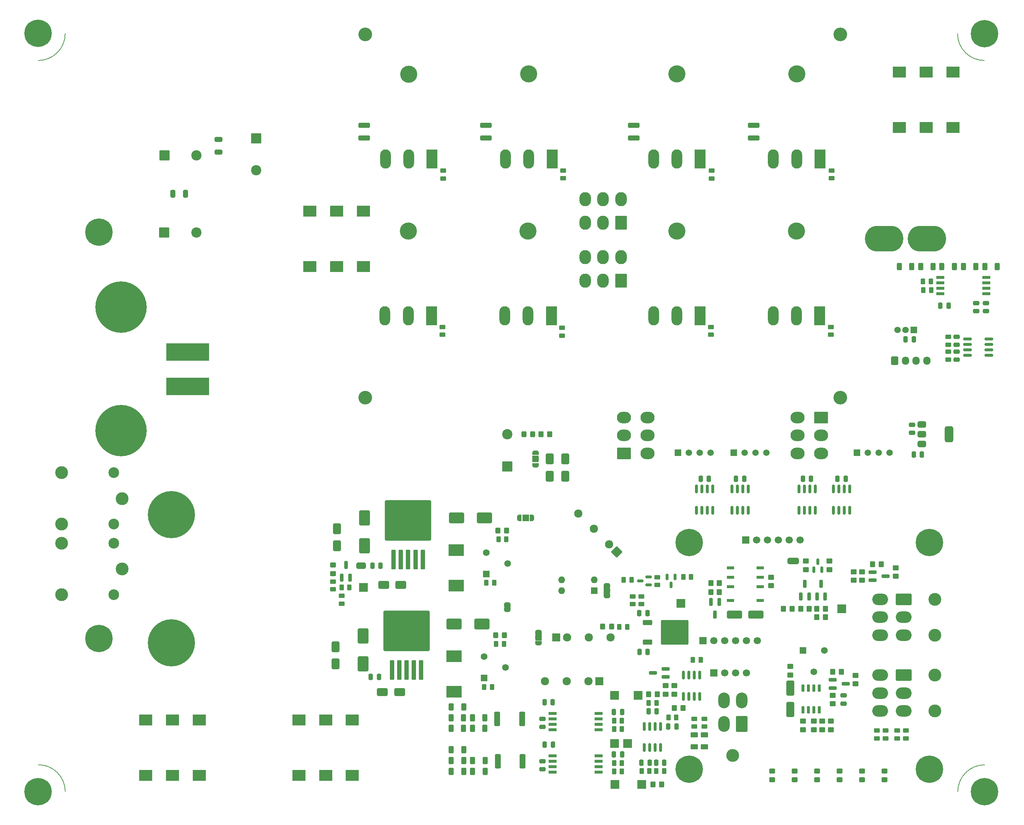
<source format=gts>
%TF.GenerationSoftware,KiCad,Pcbnew,9.0.2*%
%TF.CreationDate,2026-01-04T16:23:38+07:00*%
%TF.ProjectId,Controller48V,436f6e74-726f-46c6-9c65-723438562e6b,rev?*%
%TF.SameCoordinates,Original*%
%TF.FileFunction,Soldermask,Top*%
%TF.FilePolarity,Negative*%
%FSLAX46Y46*%
G04 Gerber Fmt 4.6, Leading zero omitted, Abs format (unit mm)*
G04 Created by KiCad (PCBNEW 9.0.2) date 2026-01-04 16:23:38*
%MOMM*%
%LPD*%
G01*
G04 APERTURE LIST*
G04 Aperture macros list*
%AMRoundRect*
0 Rectangle with rounded corners*
0 $1 Rounding radius*
0 $2 $3 $4 $5 $6 $7 $8 $9 X,Y pos of 4 corners*
0 Add a 4 corners polygon primitive as box body*
4,1,4,$2,$3,$4,$5,$6,$7,$8,$9,$2,$3,0*
0 Add four circle primitives for the rounded corners*
1,1,$1+$1,$2,$3*
1,1,$1+$1,$4,$5*
1,1,$1+$1,$6,$7*
1,1,$1+$1,$8,$9*
0 Add four rect primitives between the rounded corners*
20,1,$1+$1,$2,$3,$4,$5,0*
20,1,$1+$1,$4,$5,$6,$7,0*
20,1,$1+$1,$6,$7,$8,$9,0*
20,1,$1+$1,$8,$9,$2,$3,0*%
%AMHorizOval*
0 Thick line with rounded ends*
0 $1 width*
0 $2 $3 position (X,Y) of the first rounded end (center of the circle)*
0 $4 $5 position (X,Y) of the second rounded end (center of the circle)*
0 Add line between two ends*
20,1,$1,$2,$3,$4,$5,0*
0 Add two circle primitives to create the rounded ends*
1,1,$1,$2,$3*
1,1,$1,$4,$5*%
%AMFreePoly0*
4,1,5,1.500000,-1.250000,-1.500000,-1.250000,-1.500000,1.250000,1.500000,1.250000,1.500000,-1.250000,1.500000,-1.250000,$1*%
%AMFreePoly1*
4,1,23,0.500000,-0.750000,0.000000,-0.750000,0.000000,-0.745722,-0.065263,-0.745722,-0.191342,-0.711940,-0.304381,-0.646677,-0.396677,-0.554381,-0.461940,-0.441342,-0.495722,-0.315263,-0.495722,-0.250000,-0.500000,-0.250000,-0.500000,0.250000,-0.495722,0.250000,-0.495722,0.315263,-0.461940,0.441342,-0.396677,0.554381,-0.304381,0.646677,-0.191342,0.711940,-0.065263,0.745722,0.000000,0.745722,
0.000000,0.750000,0.500000,0.750000,0.500000,-0.750000,0.500000,-0.750000,$1*%
%AMFreePoly2*
4,1,23,0.000000,0.745722,0.065263,0.745722,0.191342,0.711940,0.304381,0.646677,0.396677,0.554381,0.461940,0.441342,0.495722,0.315263,0.495722,0.250000,0.500000,0.250000,0.500000,-0.250000,0.495722,-0.250000,0.495722,-0.315263,0.461940,-0.441342,0.396677,-0.554381,0.304381,-0.646677,0.191342,-0.711940,0.065263,-0.745722,0.000000,-0.745722,0.000000,-0.750000,-0.500000,-0.750000,
-0.500000,0.750000,0.000000,0.750000,0.000000,0.745722,0.000000,0.745722,$1*%
%AMFreePoly3*
4,1,23,0.550000,-0.750000,0.000000,-0.750000,0.000000,-0.745722,-0.065263,-0.745722,-0.191342,-0.711940,-0.304381,-0.646677,-0.396677,-0.554381,-0.461940,-0.441342,-0.495722,-0.315263,-0.495722,-0.250000,-0.500000,-0.250000,-0.500000,0.250000,-0.495722,0.250000,-0.495722,0.315263,-0.461940,0.441342,-0.396677,0.554381,-0.304381,0.646677,-0.191342,0.711940,-0.065263,0.745722,0.000000,0.745722,
0.000000,0.750000,0.550000,0.750000,0.550000,-0.750000,0.550000,-0.750000,$1*%
%AMFreePoly4*
4,1,23,0.000000,0.745722,0.065263,0.745722,0.191342,0.711940,0.304381,0.646677,0.396677,0.554381,0.461940,0.441342,0.495722,0.315263,0.495722,0.250000,0.500000,0.250000,0.500000,-0.250000,0.495722,-0.250000,0.495722,-0.315263,0.461940,-0.441342,0.396677,-0.554381,0.304381,-0.646677,0.191342,-0.711940,0.065263,-0.745722,0.000000,-0.745722,0.000000,-0.750000,-0.550000,-0.750000,
-0.550000,0.750000,0.000000,0.750000,0.000000,0.745722,0.000000,0.745722,$1*%
%AMFreePoly5*
4,1,5,5.000000,-2.000000,-5.000000,-2.000000,-5.000000,2.000000,5.000000,2.000000,5.000000,-2.000000,5.000000,-2.000000,$1*%
G04 Aperture macros list end*
%ADD10C,0.200000*%
%ADD11FreePoly0,0.000000*%
%ADD12FreePoly0,180.000000*%
%ADD13RoundRect,0.250000X0.350000X0.450000X-0.350000X0.450000X-0.350000X-0.450000X0.350000X-0.450000X0*%
%ADD14RoundRect,0.250000X-0.450000X0.350000X-0.450000X-0.350000X0.450000X-0.350000X0.450000X0.350000X0*%
%ADD15R,1.498600X1.498600*%
%ADD16C,1.498600*%
%ADD17RoundRect,0.250000X-0.312500X-0.625000X0.312500X-0.625000X0.312500X0.625000X-0.312500X0.625000X0*%
%ADD18RoundRect,0.250000X1.000000X0.650000X-1.000000X0.650000X-1.000000X-0.650000X1.000000X-0.650000X0*%
%ADD19R,1.905000X0.640000*%
%ADD20FreePoly1,270.000000*%
%ADD21FreePoly2,270.000000*%
%ADD22FreePoly3,270.000000*%
%ADD23R,1.500000X1.000000*%
%ADD24FreePoly4,270.000000*%
%ADD25RoundRect,0.250000X-0.325000X-0.450000X0.325000X-0.450000X0.325000X0.450000X-0.325000X0.450000X0*%
%ADD26RoundRect,0.250000X0.450000X-0.262500X0.450000X0.262500X-0.450000X0.262500X-0.450000X-0.262500X0*%
%ADD27RoundRect,0.250000X-0.262500X-0.450000X0.262500X-0.450000X0.262500X0.450000X-0.262500X0.450000X0*%
%ADD28RoundRect,0.150000X0.150000X-0.825000X0.150000X0.825000X-0.150000X0.825000X-0.150000X-0.825000X0*%
%ADD29RoundRect,0.250000X0.450000X-0.350000X0.450000X0.350000X-0.450000X0.350000X-0.450000X-0.350000X0*%
%ADD30RoundRect,0.250000X-0.600000X-0.725000X0.600000X-0.725000X0.600000X0.725000X-0.600000X0.725000X0*%
%ADD31O,1.700000X1.950000*%
%ADD32R,3.600000X2.700000*%
%ADD33R,2.000000X2.000000*%
%ADD34RoundRect,0.250000X0.475000X-0.250000X0.475000X0.250000X-0.475000X0.250000X-0.475000X-0.250000X0*%
%ADD35C,6.400000*%
%ADD36RoundRect,0.250000X-0.850000X-0.350000X0.850000X-0.350000X0.850000X0.350000X-0.850000X0.350000X0*%
%ADD37RoundRect,0.249997X-2.950003X-2.650003X2.950003X-2.650003X2.950003X2.650003X-2.950003X2.650003X0*%
%ADD38RoundRect,0.250000X-1.500000X-1.000000X1.500000X-1.000000X1.500000X1.000000X-1.500000X1.000000X0*%
%ADD39RoundRect,0.250000X-0.450000X0.262500X-0.450000X-0.262500X0.450000X-0.262500X0.450000X0.262500X0*%
%ADD40RoundRect,0.250001X1.099999X1.399999X-1.099999X1.399999X-1.099999X-1.399999X1.099999X-1.399999X0*%
%ADD41O,2.700000X3.300000*%
%ADD42RoundRect,0.250000X1.500000X0.650000X-1.500000X0.650000X-1.500000X-0.650000X1.500000X-0.650000X0*%
%ADD43RoundRect,0.250000X0.250000X0.475000X-0.250000X0.475000X-0.250000X-0.475000X0.250000X-0.475000X0*%
%ADD44RoundRect,0.200000X-0.750000X-0.200000X0.750000X-0.200000X0.750000X0.200000X-0.750000X0.200000X0*%
%ADD45RoundRect,0.250000X-0.250000X-0.475000X0.250000X-0.475000X0.250000X0.475000X-0.250000X0.475000X0*%
%ADD46R,1.800000X0.800000*%
%ADD47RoundRect,0.250000X0.262500X0.450000X-0.262500X0.450000X-0.262500X-0.450000X0.262500X-0.450000X0*%
%ADD48RoundRect,0.250001X1.399999X-1.099999X1.399999X1.099999X-1.399999X1.099999X-1.399999X-1.099999X0*%
%ADD49O,3.300000X2.700000*%
%ADD50RoundRect,0.250000X0.450000X-0.325000X0.450000X0.325000X-0.450000X0.325000X-0.450000X-0.325000X0*%
%ADD51RoundRect,0.250000X-0.650000X1.000000X-0.650000X-1.000000X0.650000X-1.000000X0.650000X1.000000X0*%
%ADD52RoundRect,0.250000X-0.650000X0.325000X-0.650000X-0.325000X0.650000X-0.325000X0.650000X0.325000X0*%
%ADD53RoundRect,0.102000X1.219759X0.000000X0.000000X1.219759X-1.219759X0.000000X0.000000X-1.219759X0*%
%ADD54C,1.929000*%
%ADD55RoundRect,0.150000X0.587500X0.150000X-0.587500X0.150000X-0.587500X-0.150000X0.587500X-0.150000X0*%
%ADD56RoundRect,0.250000X0.425000X1.425000X-0.425000X1.425000X-0.425000X-1.425000X0.425000X-1.425000X0*%
%ADD57RoundRect,0.250000X-0.475000X0.250000X-0.475000X-0.250000X0.475000X-0.250000X0.475000X0.250000X0*%
%ADD58RoundRect,0.250000X-0.350000X-0.450000X0.350000X-0.450000X0.350000X0.450000X-0.350000X0.450000X0*%
%ADD59RoundRect,0.102000X0.862500X0.862500X-0.862500X0.862500X-0.862500X-0.862500X0.862500X-0.862500X0*%
%ADD60R,1.700000X1.700000*%
%ADD61C,1.700000*%
%ADD62RoundRect,0.250000X0.650000X-1.500000X0.650000X1.500000X-0.650000X1.500000X-0.650000X-1.500000X0*%
%ADD63C,3.000000*%
%ADD64C,2.500000*%
%ADD65RoundRect,0.250000X0.300000X-2.050000X0.300000X2.050000X-0.300000X2.050000X-0.300000X-2.050000X0*%
%ADD66RoundRect,0.250002X5.149998X-4.449998X5.149998X4.449998X-5.149998X4.449998X-5.149998X-4.449998X0*%
%ADD67RoundRect,0.375000X-0.625000X-0.375000X0.625000X-0.375000X0.625000X0.375000X-0.625000X0.375000X0*%
%ADD68RoundRect,0.500000X-0.500000X-1.400000X0.500000X-1.400000X0.500000X1.400000X-0.500000X1.400000X0*%
%ADD69RoundRect,0.102000X-0.862500X-0.862500X0.862500X-0.862500X0.862500X0.862500X-0.862500X0.862500X0*%
%ADD70R,1.560000X1.560000*%
%ADD71C,1.560000*%
%ADD72RoundRect,0.250000X-0.625000X0.375000X-0.625000X-0.375000X0.625000X-0.375000X0.625000X0.375000X0*%
%ADD73RoundRect,0.162500X0.162500X-0.825000X0.162500X0.825000X-0.162500X0.825000X-0.162500X-0.825000X0*%
%ADD74C,0.800000*%
%ADD75RoundRect,0.200000X0.200000X-0.750000X0.200000X0.750000X-0.200000X0.750000X-0.200000X-0.750000X0*%
%ADD76RoundRect,0.200000X0.750000X0.200000X-0.750000X0.200000X-0.750000X-0.200000X0.750000X-0.200000X0*%
%ADD77RoundRect,0.250000X1.100000X-0.325000X1.100000X0.325000X-1.100000X0.325000X-1.100000X-0.325000X0*%
%ADD78FreePoly1,180.000000*%
%ADD79FreePoly2,180.000000*%
%ADD80RoundRect,0.250000X0.312500X0.625000X-0.312500X0.625000X-0.312500X-0.625000X0.312500X-0.625000X0*%
%ADD81RoundRect,0.250000X-0.450000X0.325000X-0.450000X-0.325000X0.450000X-0.325000X0.450000X0.325000X0*%
%ADD82RoundRect,0.250000X0.650000X-1.000000X0.650000X1.000000X-0.650000X1.000000X-0.650000X-1.000000X0*%
%ADD83RoundRect,0.250001X-1.599999X1.099999X-1.599999X-1.099999X1.599999X-1.099999X1.599999X1.099999X0*%
%ADD84O,3.700000X2.700000*%
%ADD85RoundRect,0.250000X1.000000X-1.500000X1.000000X1.500000X-1.000000X1.500000X-1.000000X-1.500000X0*%
%ADD86RoundRect,0.250000X-0.325000X-0.650000X0.325000X-0.650000X0.325000X0.650000X-0.325000X0.650000X0*%
%ADD87RoundRect,0.150000X0.150000X-0.725000X0.150000X0.725000X-0.150000X0.725000X-0.150000X-0.725000X0*%
%ADD88RoundRect,0.150000X0.150000X-0.587500X0.150000X0.587500X-0.150000X0.587500X-0.150000X-0.587500X0*%
%ADD89RoundRect,0.250001X-1.399999X1.099999X-1.399999X-1.099999X1.399999X-1.099999X1.399999X1.099999X0*%
%ADD90RoundRect,0.150000X-0.150000X0.587500X-0.150000X-0.587500X0.150000X-0.587500X0.150000X0.587500X0*%
%ADD91RoundRect,0.200000X-0.200000X0.750000X-0.200000X-0.750000X0.200000X-0.750000X0.200000X0.750000X0*%
%ADD92R,1.600000X1.600000*%
%ADD93O,1.600000X1.600000*%
%ADD94RoundRect,0.150000X-0.825000X-0.150000X0.825000X-0.150000X0.825000X0.150000X-0.825000X0.150000X0*%
%ADD95FreePoly3,180.000000*%
%ADD96R,1.000000X1.500000*%
%ADD97FreePoly4,180.000000*%
%ADD98RoundRect,0.250001X0.949999X-0.949999X0.949999X0.949999X-0.949999X0.949999X-0.949999X-0.949999X0*%
%ADD99C,2.400000*%
%ADD100RoundRect,0.250001X1.099999X1.599999X-1.099999X1.599999X-1.099999X-1.599999X1.099999X-1.599999X0*%
%ADD101O,2.700000X3.700000*%
%ADD102FreePoly3,90.000000*%
%ADD103FreePoly4,90.000000*%
%ADD104C,4.000000*%
%ADD105R,2.500000X4.500000*%
%ADD106O,2.500000X4.500000*%
%ADD107RoundRect,0.250001X-0.949999X-0.949999X0.949999X-0.949999X0.949999X0.949999X-0.949999X0.949999X0*%
%ADD108R,1.500000X1.500000*%
%ADD109C,1.500000*%
%ADD110HorizOval,0.800000X0.000000X0.000000X0.000000X0.000000X0*%
%ADD111HorizOval,0.800000X0.000000X0.000000X0.000000X0.000000X0*%
%ADD112O,9.000000X6.000000*%
%ADD113C,12.000000*%
%ADD114FreePoly5,0.000000*%
%ADD115C,3.200000*%
%ADD116C,11.000000*%
%ADD117RoundRect,0.250001X-0.949999X0.949999X-0.949999X-0.949999X0.949999X-0.949999X0.949999X0.949999X0*%
G04 APERTURE END LIST*
D10*
X316939689Y-51838980D02*
G75*
G02*
X310661020Y-45560311I11J6278680D01*
G01*
X102153835Y-45560311D02*
G75*
G02*
X95875166Y-51838935I-6278635J11D01*
G01*
X95891502Y-216481320D02*
G75*
G02*
X102170180Y-222759989I-2J-6278680D01*
G01*
X310721257Y-222778638D02*
G75*
G02*
X316999926Y-216499957I6278643J38D01*
G01*
%TO.C,JP1*%
G36*
X206250000Y-179500000D02*
G01*
X204750000Y-179500000D01*
X204750000Y-179800000D01*
X206250000Y-179800000D01*
X206250000Y-179500000D01*
G37*
%TO.C,JP4*%
G36*
X213522296Y-185979770D02*
G01*
X212022296Y-185979770D01*
X212022296Y-187479770D01*
X213522296Y-187479770D01*
X213522296Y-185979770D01*
G37*
%TO.C,JP7*%
G36*
X272573857Y-169607500D02*
G01*
X271773857Y-169607500D01*
X271773857Y-168107500D01*
X272573857Y-168107500D01*
X272573857Y-169607500D01*
G37*
%TO.C,JP2*%
G36*
X171447934Y-170675627D02*
G01*
X171147934Y-170675627D01*
X171147934Y-169175627D01*
X171447934Y-169175627D01*
X171447934Y-170675627D01*
G37*
%TO.C,JP3*%
G36*
X210500000Y-159500000D02*
G01*
X209000000Y-159500000D01*
X209000000Y-158000000D01*
X210500000Y-158000000D01*
X210500000Y-159500000D01*
G37*
%TO.C,JP10*%
G36*
X212772529Y-144250000D02*
G01*
X211272529Y-144250000D01*
X211272529Y-145750000D01*
X212772529Y-145750000D01*
X212772529Y-144250000D01*
G37*
%TO.C,JP6*%
G36*
X227953857Y-176533669D02*
G01*
X229453857Y-176533669D01*
X229453857Y-175033669D01*
X227953857Y-175033669D01*
X227953857Y-176533669D01*
G37*
%TD*%
D11*
%TO.C,H7*%
X133500000Y-219000000D03*
X133500000Y-206000000D03*
D12*
X127249893Y-219000000D03*
X127249893Y-206000000D03*
X121000000Y-219000000D03*
X121000000Y-206000000D03*
%TD*%
D13*
%TO.C,R61*%
X215365929Y-139246915D03*
X213365929Y-139246915D03*
%TD*%
D14*
%TO.C,R66*%
X267073857Y-172631192D03*
X267073857Y-174631192D03*
%TD*%
D15*
%TO.C,PS6*%
X287190000Y-143533200D03*
D16*
X289730000Y-143533200D03*
X292270000Y-143533200D03*
X294810000Y-143533200D03*
%TD*%
D17*
%TO.C,R42*%
X197325000Y-208000000D03*
X200250000Y-208000000D03*
%TD*%
D18*
%TO.C,D14*%
X180273857Y-199479922D03*
X176273857Y-199479922D03*
%TD*%
D19*
%TO.C,U18*%
X216070744Y-204482927D03*
X216070744Y-205752927D03*
X216070744Y-207022927D03*
X216070744Y-208292927D03*
X226765744Y-208292927D03*
X226765744Y-207022927D03*
X226765744Y-205752927D03*
X226765744Y-204482927D03*
%TD*%
D20*
%TO.C,JP1*%
X205500000Y-179000000D03*
D21*
X205500000Y-180300000D03*
%TD*%
D22*
%TO.C,JP4*%
X212772296Y-185429770D03*
D23*
X212772296Y-186729770D03*
D24*
X212772296Y-188029770D03*
%TD*%
D25*
%TO.C,D16*%
X202773857Y-186229922D03*
X204823857Y-186229922D03*
%TD*%
D17*
%TO.C,R38*%
X192362500Y-218000000D03*
X195287500Y-218000000D03*
%TD*%
D26*
%TO.C,R18*%
X190283533Y-115947723D03*
X190283533Y-114122723D03*
%TD*%
D27*
%TO.C,R102*%
X236843722Y-217983279D03*
X238668722Y-217983279D03*
%TD*%
D28*
%TO.C,U9*%
X246595000Y-200475000D03*
X247865000Y-200475000D03*
X249135000Y-200475000D03*
X250405000Y-200475000D03*
X250405000Y-195525000D03*
X249135000Y-195525000D03*
X247865000Y-195525000D03*
X246595000Y-195525000D03*
%TD*%
D29*
%TO.C,R62*%
X281073857Y-208278669D03*
X281073857Y-206278669D03*
%TD*%
D26*
%TO.C,R10*%
X281033533Y-115947723D03*
X281033533Y-114122723D03*
%TD*%
D30*
%TO.C,J17*%
X296000000Y-122000000D03*
D31*
X298500000Y-122000000D03*
X301000000Y-122000000D03*
X303500000Y-122000000D03*
%TD*%
D17*
%TO.C,R43*%
X197325000Y-205500000D03*
X200250000Y-205500000D03*
%TD*%
D32*
%TO.C,L1*%
X193550000Y-174575000D03*
X193550000Y-166275000D03*
%TD*%
D33*
%TO.C,TP8*%
X236839930Y-221130745D03*
%TD*%
D17*
%TO.C,R33*%
X192362500Y-203000000D03*
X195287500Y-203000000D03*
%TD*%
D33*
%TO.C,TP9*%
X236000000Y-200236009D03*
%TD*%
D29*
%TO.C,R55*%
X286806883Y-197583469D03*
X286806883Y-195583469D03*
%TD*%
D34*
%TO.C,C59*%
X310475000Y-121815000D03*
X310475000Y-119915000D03*
%TD*%
D35*
%TO.C,H3*%
X304073857Y-217500000D03*
%TD*%
D36*
%TO.C,U13*%
X238250000Y-183250000D03*
D37*
X244550000Y-185530000D03*
D36*
X238250000Y-187810000D03*
%TD*%
D19*
%TO.C,U21*%
X317347500Y-106405000D03*
X317347500Y-105135000D03*
X317347500Y-103865000D03*
X317347500Y-102595000D03*
X306652500Y-102595000D03*
X306652500Y-103865000D03*
X306652500Y-105135000D03*
X306652500Y-106405000D03*
%TD*%
D33*
%TO.C,TP1*%
X171842076Y-175000000D03*
%TD*%
D14*
%TO.C,R60*%
X296250000Y-170425000D03*
X296250000Y-172425000D03*
%TD*%
D38*
%TO.C,C28*%
X193023857Y-183579922D03*
X199523857Y-183579922D03*
%TD*%
D39*
%TO.C,R49*%
X251500000Y-205750820D03*
X251500000Y-207575820D03*
%TD*%
D12*
%TO.C,H5*%
X297073750Y-54528669D03*
X297073750Y-67528669D03*
D11*
X303323857Y-54528669D03*
X303323857Y-67528669D03*
X309573750Y-54528669D03*
X309573750Y-67528669D03*
%TD*%
D40*
%TO.C,J15*%
X232023857Y-103278669D03*
D41*
X227823857Y-103278669D03*
X223623857Y-103278669D03*
X232023857Y-97778669D03*
X227823857Y-97778669D03*
X223623857Y-97778669D03*
%TD*%
D42*
%TO.C,D30*%
X263573857Y-181350000D03*
X258573857Y-181350000D03*
%TD*%
D43*
%TO.C,C67*%
X216086187Y-211766366D03*
X214186187Y-211766366D03*
%TD*%
D26*
%TO.C,R24*%
X218283533Y-116147723D03*
X218283533Y-114322723D03*
%TD*%
D44*
%TO.C,Q10*%
X281500000Y-196628669D03*
X281500000Y-198528669D03*
X284500000Y-197578669D03*
%TD*%
D45*
%TO.C,C69*%
X236801962Y-215983278D03*
X238701962Y-215983278D03*
%TD*%
D46*
%TO.C,K3*%
X264573857Y-178050000D03*
X264573857Y-174850000D03*
X264573857Y-172650000D03*
X264573857Y-170450000D03*
X257573857Y-170450000D03*
X257573857Y-172650000D03*
X257573857Y-174850000D03*
X257573857Y-178050000D03*
%TD*%
D47*
%TO.C,R30*%
X250662500Y-192000000D03*
X248837500Y-192000000D03*
%TD*%
D48*
%TO.C,J14*%
X232750000Y-143705000D03*
D49*
X232750000Y-139505000D03*
X232750000Y-135305000D03*
X238250000Y-143705000D03*
X238250000Y-139505000D03*
X238250000Y-135305000D03*
%TD*%
D50*
%TO.C,D18*%
X267323857Y-219975000D03*
X267323857Y-217925000D03*
%TD*%
D51*
%TO.C,D24*%
X219000000Y-145000000D03*
X219000000Y-149000000D03*
%TD*%
D52*
%TO.C,C25*%
X138014344Y-70309828D03*
X138014344Y-73259828D03*
%TD*%
D53*
%TO.C,PS5*%
X231042138Y-166738728D03*
D54*
X229246087Y-164942676D03*
X225653984Y-161350574D03*
X222061882Y-157758472D03*
%TD*%
D55*
%TO.C,Q17*%
X238437500Y-174450000D03*
X238437500Y-172550000D03*
X236562500Y-173500000D03*
%TD*%
D56*
%TO.C,F11*%
X209050000Y-215637068D03*
X203250000Y-215637068D03*
%TD*%
D15*
%TO.C,PS1*%
X245370000Y-143570700D03*
D16*
X247910000Y-143570700D03*
X252990000Y-143570700D03*
X250450000Y-143570700D03*
%TD*%
D57*
%TO.C,C55*%
X315000000Y-108550000D03*
X315000000Y-110450000D03*
%TD*%
D29*
%TO.C,R53*%
X271573857Y-195528669D03*
X271573857Y-193528669D03*
%TD*%
D47*
%TO.C,R36*%
X168575000Y-175000000D03*
X166750000Y-175000000D03*
%TD*%
D45*
%TO.C,C35*%
X236356002Y-190121656D03*
X238256002Y-190121656D03*
%TD*%
D58*
%TO.C,R64*%
X253000000Y-174034861D03*
X255000000Y-174034861D03*
%TD*%
D45*
%TO.C,C14*%
X274540000Y-149597780D03*
X276440000Y-149597780D03*
%TD*%
D39*
%TO.C,R79*%
X293823857Y-208500000D03*
X293823857Y-210325000D03*
%TD*%
D59*
%TO.C,PS4*%
X227000000Y-196990883D03*
D54*
X224460000Y-196990883D03*
X219380000Y-196990883D03*
X214300000Y-196990883D03*
%TD*%
D57*
%TO.C,C56*%
X317344152Y-108558393D03*
X317344152Y-110458393D03*
%TD*%
D26*
%TO.C,R52*%
X234750000Y-178961889D03*
X234750000Y-177136889D03*
%TD*%
D33*
%TO.C,TP5*%
X283573857Y-180000000D03*
%TD*%
D17*
%TO.C,R9*%
X312037500Y-100000000D03*
X314962500Y-100000000D03*
%TD*%
D47*
%TO.C,R99*%
X232241839Y-216053682D03*
X230416839Y-216053682D03*
%TD*%
D60*
%TO.C,J9*%
X253690000Y-195000000D03*
D61*
X256230000Y-195000000D03*
X258770000Y-195000000D03*
X261310000Y-195000000D03*
%TD*%
D62*
%TO.C,D26*%
X271573857Y-203603669D03*
X271573857Y-198603669D03*
%TD*%
D33*
%TO.C,TP4*%
X246000000Y-178750000D03*
%TD*%
D50*
%TO.C,D25*%
X293573857Y-219975000D03*
X293573857Y-217925000D03*
%TD*%
D25*
%TO.C,D15*%
X203235000Y-161775000D03*
X205285000Y-161775000D03*
%TD*%
D35*
%TO.C,H1*%
X304073857Y-164500000D03*
%TD*%
D63*
%TO.C,K2*%
X115500000Y-170750000D03*
D64*
X113550000Y-164700000D03*
D63*
X101350000Y-164700000D03*
X101300000Y-176750000D03*
D64*
X113550000Y-176700000D03*
%TD*%
D47*
%TO.C,R100*%
X232241839Y-218016743D03*
X230416839Y-218016743D03*
%TD*%
D65*
%TO.C,U4*%
X178900000Y-168500000D03*
X180600000Y-168500000D03*
X182300000Y-168500000D03*
D66*
X182300000Y-159350000D03*
D65*
X184000000Y-168500000D03*
X185700000Y-168500000D03*
%TD*%
D67*
%TO.C,U3*%
X302350000Y-136908841D03*
X302350000Y-139208841D03*
D68*
X308650000Y-139208841D03*
D67*
X302350000Y-141508841D03*
%TD*%
D33*
%TO.C,TP3*%
X233583160Y-211500000D03*
%TD*%
D38*
%TO.C,C27*%
X193600000Y-158775000D03*
X200100000Y-158775000D03*
%TD*%
D69*
%TO.C,PS2*%
X216900836Y-186708361D03*
D54*
X219440836Y-186708361D03*
X224520836Y-186708361D03*
X229600836Y-186708361D03*
%TD*%
D47*
%TO.C,R50*%
X234500000Y-173237371D03*
X232675000Y-173237371D03*
%TD*%
D43*
%TO.C,C70*%
X242158823Y-215982667D03*
X240258823Y-215982667D03*
%TD*%
D70*
%TO.C,RV1*%
X200550000Y-171925000D03*
D71*
X205550000Y-169425000D03*
X200550000Y-166925000D03*
%TD*%
D50*
%TO.C,D29*%
X277823857Y-220025000D03*
X277823857Y-217975000D03*
%TD*%
D47*
%TO.C,R95*%
X232242085Y-208121877D03*
X230417085Y-208121877D03*
%TD*%
D17*
%TO.C,R40*%
X197362500Y-218000000D03*
X200287500Y-218000000D03*
%TD*%
D72*
%TO.C,D1*%
X251500000Y-209500001D03*
X251500000Y-212300001D03*
%TD*%
D27*
%TO.C,R92*%
X246580034Y-172584982D03*
X248405034Y-172584982D03*
%TD*%
D73*
%TO.C,U2*%
X249687099Y-157037500D03*
X250957099Y-157037500D03*
X252227099Y-157037500D03*
X253497099Y-157037500D03*
X253497099Y-151962500D03*
X252227099Y-151962500D03*
X250957099Y-151962500D03*
X249687099Y-151962500D03*
%TD*%
D39*
%TO.C,R76*%
X296573857Y-208500000D03*
X296573857Y-210325000D03*
%TD*%
D58*
%TO.C,R59*%
X290823857Y-169625000D03*
X292823857Y-169625000D03*
%TD*%
D74*
%TO.C,H10*%
X107600000Y-187000000D03*
X108302944Y-185302944D03*
X108302944Y-188697056D03*
X110000000Y-184600000D03*
D35*
X110000000Y-187000000D03*
D74*
X110000000Y-189400000D03*
X111697056Y-185302944D03*
X111697056Y-188697056D03*
X112400000Y-187000000D03*
%TD*%
D17*
%TO.C,R1*%
X297037500Y-100000000D03*
X299962500Y-100000000D03*
%TD*%
D27*
%TO.C,R28*%
X202861357Y-188201253D03*
X204686357Y-188201253D03*
%TD*%
D72*
%TO.C,D2*%
X249135000Y-209500000D03*
X249135000Y-212300000D03*
%TD*%
D28*
%TO.C,U25*%
X237500000Y-212450000D03*
X238770000Y-212450000D03*
X240040000Y-212450000D03*
X241310000Y-212450000D03*
X241310000Y-207500000D03*
X240040000Y-207500000D03*
X238770000Y-207500000D03*
X237500000Y-207500000D03*
%TD*%
D26*
%TO.C,R8*%
X281217482Y-79387891D03*
X281217482Y-77562891D03*
%TD*%
D39*
%TO.C,R48*%
X249135000Y-205750820D03*
X249135000Y-207575820D03*
%TD*%
D58*
%TO.C,R46*%
X239500000Y-221130745D03*
X241500000Y-221130745D03*
%TD*%
D74*
%TO.C,H9*%
X107600000Y-92000000D03*
X108302944Y-90302944D03*
X108302944Y-93697056D03*
X110000000Y-89600000D03*
D35*
X110000000Y-92000000D03*
D74*
X110000000Y-94400000D03*
X111697056Y-90302944D03*
X111697056Y-93697056D03*
X112400000Y-92000000D03*
%TD*%
D45*
%TO.C,C15*%
X282630000Y-149597780D03*
X284530000Y-149597780D03*
%TD*%
D47*
%TO.C,R96*%
X244920768Y-205421424D03*
X243095768Y-205421424D03*
%TD*%
D45*
%TO.C,C13*%
X250635000Y-149597780D03*
X252535000Y-149597780D03*
%TD*%
D75*
%TO.C,Q9*%
X166800000Y-172750000D03*
X168700000Y-172750000D03*
X167750000Y-169750000D03*
%TD*%
D25*
%TO.C,D27*%
X209340929Y-139246915D03*
X211390929Y-139246915D03*
%TD*%
D29*
%TO.C,R57*%
X288373857Y-173375000D03*
X288373857Y-171375000D03*
%TD*%
D76*
%TO.C,Q16*%
X242500000Y-195950000D03*
X242500000Y-194050000D03*
X239500000Y-195000000D03*
%TD*%
D35*
%TO.C,H2*%
X248000000Y-164500000D03*
%TD*%
D56*
%TO.C,F2*%
X208900000Y-205750000D03*
X203100000Y-205750000D03*
%TD*%
D29*
%TO.C,R74*%
X280723857Y-170857500D03*
X280723857Y-168857500D03*
%TD*%
D47*
%TO.C,R26*%
X201873044Y-198290524D03*
X200048044Y-198290524D03*
%TD*%
D26*
%TO.C,R80*%
X291823857Y-210325000D03*
X291823857Y-208500000D03*
%TD*%
D75*
%TO.C,Q14*%
X277825000Y-177175000D03*
X279725000Y-177175000D03*
X278775000Y-174175000D03*
%TD*%
D39*
%TO.C,R44*%
X164750000Y-173670335D03*
X164750000Y-175495335D03*
%TD*%
D26*
%TO.C,R2*%
X253217482Y-79437891D03*
X253217482Y-77612891D03*
%TD*%
D57*
%TO.C,C51*%
X213700967Y-205757734D03*
X213700967Y-207657734D03*
%TD*%
D77*
%TO.C,C3*%
X200500000Y-69975000D03*
X200500000Y-67025000D03*
%TD*%
D45*
%TO.C,C34*%
X236300000Y-181000000D03*
X238200000Y-181000000D03*
%TD*%
D73*
%TO.C,U10*%
X257967099Y-157037500D03*
X259237099Y-157037500D03*
X260507099Y-157037500D03*
X261777099Y-157037500D03*
X261777099Y-151962500D03*
X260507099Y-151962500D03*
X259237099Y-151962500D03*
X257967099Y-151962500D03*
%TD*%
D57*
%TO.C,C66*%
X213697500Y-215644203D03*
X213697500Y-217544203D03*
%TD*%
D13*
%TO.C,R70*%
X272000000Y-180000000D03*
X270000000Y-180000000D03*
%TD*%
D32*
%TO.C,L2*%
X193023857Y-199379922D03*
X193023857Y-191079922D03*
%TD*%
D70*
%TO.C,RV3*%
X274573857Y-189788669D03*
D71*
X277073857Y-194788669D03*
X279573857Y-189788669D03*
%TD*%
D33*
%TO.C,TP7*%
X230522766Y-211496210D03*
%TD*%
D57*
%TO.C,C17*%
X300000000Y-137008841D03*
X300000000Y-138908841D03*
%TD*%
D77*
%TO.C,C10*%
X263000000Y-69975000D03*
X263000000Y-67025000D03*
%TD*%
D14*
%TO.C,R72*%
X275223857Y-168857500D03*
X275223857Y-170857500D03*
%TD*%
D13*
%TO.C,R69*%
X279773857Y-180000000D03*
X277773857Y-180000000D03*
%TD*%
D14*
%TO.C,R73*%
X274573857Y-206278669D03*
X274573857Y-208278669D03*
%TD*%
D78*
%TO.C,JP7*%
X273073857Y-168857500D03*
D79*
X271423857Y-168857500D03*
%TD*%
D17*
%TO.C,R7*%
X307000000Y-100000000D03*
X309925000Y-100000000D03*
%TD*%
D80*
%TO.C,R15*%
X319962500Y-100000000D03*
X317037500Y-100000000D03*
%TD*%
D43*
%TO.C,C68*%
X232279339Y-214064250D03*
X230379339Y-214064250D03*
%TD*%
D60*
%TO.C,J22*%
X261175000Y-163975000D03*
D61*
X263715000Y-163975000D03*
X266255000Y-163975000D03*
X268795000Y-163975000D03*
X271335000Y-163975000D03*
X273875000Y-163975000D03*
%TD*%
D81*
%TO.C,D3*%
X164750000Y-169750000D03*
X164750000Y-171800000D03*
%TD*%
D60*
%TO.C,J19*%
X251175000Y-187475000D03*
D61*
X253715000Y-187475000D03*
X256255000Y-187475000D03*
X258795000Y-187475000D03*
X261335000Y-187475000D03*
X263875000Y-187475000D03*
%TD*%
D26*
%TO.C,R37*%
X166750000Y-178825000D03*
X166750000Y-177000000D03*
%TD*%
D82*
%TO.C,D12*%
X165323857Y-192904998D03*
X165323857Y-188904998D03*
%TD*%
D45*
%TO.C,C73*%
X238462500Y-203986009D03*
X240362500Y-203986009D03*
%TD*%
D43*
%TO.C,C57*%
X308549536Y-109135000D03*
X306649536Y-109135000D03*
%TD*%
D58*
%TO.C,R71*%
X277773857Y-182000000D03*
X279773857Y-182000000D03*
%TD*%
D27*
%TO.C,R97*%
X238500000Y-202000000D03*
X240325000Y-202000000D03*
%TD*%
D26*
%TO.C,R16*%
X218500000Y-79391169D03*
X218500000Y-77566169D03*
%TD*%
D29*
%TO.C,R65*%
X277073857Y-208278669D03*
X277073857Y-206278669D03*
%TD*%
D35*
%TO.C,H11*%
X95823857Y-45500000D03*
%TD*%
D43*
%TO.C,C45*%
X300450000Y-117000000D03*
X298550000Y-117000000D03*
%TD*%
D33*
%TO.C,TP2*%
X230583160Y-221130745D03*
%TD*%
D35*
%TO.C,H14*%
X316987657Y-222778638D03*
%TD*%
D17*
%TO.C,R39*%
X192325000Y-208000000D03*
X195250000Y-208000000D03*
%TD*%
D12*
%TO.C,H6*%
X159323857Y-87028669D03*
X159323857Y-100028669D03*
D11*
X165573964Y-87028669D03*
X165573964Y-100028669D03*
X171823857Y-87028669D03*
X171823857Y-100028669D03*
%TD*%
D58*
%TO.C,R67*%
X253000000Y-176129561D03*
X255000000Y-176129561D03*
%TD*%
D73*
%TO.C,U12*%
X273585000Y-157037500D03*
X274855000Y-157037500D03*
X276125000Y-157037500D03*
X277395000Y-157037500D03*
X277395000Y-151962500D03*
X276125000Y-151962500D03*
X274855000Y-151962500D03*
X273585000Y-151962500D03*
%TD*%
D57*
%TO.C,C58*%
X310475000Y-116415000D03*
X310475000Y-118315000D03*
%TD*%
D82*
%TO.C,D11*%
X165670969Y-165333753D03*
X165670969Y-161333753D03*
%TD*%
D26*
%TO.C,R87*%
X308475000Y-121777500D03*
X308475000Y-119952500D03*
%TD*%
D43*
%TO.C,C24*%
X175473857Y-195904922D03*
X173573857Y-195904922D03*
%TD*%
D63*
%TO.C,J12*%
X305348857Y-177795000D03*
X305348857Y-186195000D03*
D83*
X298048857Y-177795000D03*
D84*
X298048857Y-181995000D03*
X298048857Y-186195000D03*
X292548857Y-177795000D03*
X292548857Y-181995000D03*
X292548857Y-186195000D03*
%TD*%
D26*
%TO.C,R51*%
X236750000Y-178961889D03*
X236750000Y-177136889D03*
%TD*%
D35*
%TO.C,H4*%
X248000000Y-217500000D03*
%TD*%
D85*
%TO.C,C22*%
X171773857Y-192904922D03*
X171773857Y-186404922D03*
%TD*%
D43*
%TO.C,C71*%
X232283176Y-204175567D03*
X230383176Y-204175567D03*
%TD*%
D15*
%TO.C,PS3*%
X258380000Y-143533200D03*
D16*
X260920000Y-143533200D03*
X266000000Y-143533200D03*
X263460000Y-143533200D03*
%TD*%
D29*
%TO.C,R56*%
X286373857Y-173375000D03*
X286373857Y-171375000D03*
%TD*%
D86*
%TO.C,C26*%
X127348857Y-83000000D03*
X130298857Y-83000000D03*
%TD*%
D73*
%TO.C,U7*%
X281675000Y-157037500D03*
X282945000Y-157037500D03*
X284215000Y-157037500D03*
X285485000Y-157037500D03*
X285485000Y-151962500D03*
X284215000Y-151962500D03*
X282945000Y-151962500D03*
X281675000Y-151962500D03*
%TD*%
D57*
%TO.C,C40*%
X284000000Y-200300000D03*
X284000000Y-202200000D03*
%TD*%
D63*
%TO.C,J13*%
X305348857Y-195516331D03*
X305348857Y-203916331D03*
D83*
X298048857Y-195516331D03*
D84*
X298048857Y-199716331D03*
X298048857Y-203916331D03*
X292548857Y-195516331D03*
X292548857Y-199716331D03*
X292548857Y-203916331D03*
%TD*%
D39*
%TO.C,R23*%
X308525000Y-116452500D03*
X308525000Y-118277500D03*
%TD*%
D17*
%TO.C,R41*%
X197362500Y-215500000D03*
X200287500Y-215500000D03*
%TD*%
D26*
%TO.C,R4*%
X253033533Y-115947723D03*
X253033533Y-114122723D03*
%TD*%
D51*
%TO.C,D23*%
X215361621Y-144996476D03*
X215361621Y-148996476D03*
%TD*%
D17*
%TO.C,R3*%
X302037500Y-100000000D03*
X304962500Y-100000000D03*
%TD*%
D87*
%TO.C,U14*%
X274573857Y-203678669D03*
X275843857Y-203678669D03*
X277113857Y-203678669D03*
X278383857Y-203678669D03*
X278383857Y-198528669D03*
X277113857Y-198528669D03*
X275843857Y-198528669D03*
X274573857Y-198528669D03*
%TD*%
D19*
%TO.C,U24*%
X216072073Y-214361366D03*
X216072073Y-215631366D03*
X216072073Y-216901366D03*
X216072073Y-218171366D03*
X226767073Y-218171366D03*
X226767073Y-216901366D03*
X226767073Y-215631366D03*
X226767073Y-214361366D03*
%TD*%
D47*
%TO.C,R101*%
X242114963Y-217983279D03*
X240289963Y-217983279D03*
%TD*%
D50*
%TO.C,D31*%
X283073857Y-219975000D03*
X283073857Y-217925000D03*
%TD*%
D47*
%TO.C,R29*%
X233447102Y-184237030D03*
X231622102Y-184237030D03*
%TD*%
D70*
%TO.C,RV2*%
X200023857Y-196229922D03*
D71*
X205023857Y-193729922D03*
X200023857Y-191229922D03*
%TD*%
D58*
%TO.C,R45*%
X238500000Y-200000000D03*
X240500000Y-200000000D03*
%TD*%
D35*
%TO.C,H12*%
X316939651Y-45560337D03*
%TD*%
D50*
%TO.C,D22*%
X272573857Y-220025000D03*
X272573857Y-217975000D03*
%TD*%
D77*
%TO.C,C6*%
X235000000Y-69975000D03*
X235000000Y-67025000D03*
%TD*%
D88*
%TO.C,Q15*%
X277073857Y-170875000D03*
X278973857Y-170875000D03*
X278023857Y-169000000D03*
%TD*%
D89*
%TO.C,J11*%
X278750000Y-135295000D03*
D49*
X278750000Y-139495000D03*
X278750000Y-143695000D03*
X273250000Y-135295000D03*
X273250000Y-139495000D03*
X273250000Y-143695000D03*
%TD*%
D26*
%TO.C,R75*%
X298573857Y-210325000D03*
X298573857Y-208500000D03*
%TD*%
D78*
%TO.C,JP2*%
X171947934Y-169925627D03*
D79*
X170647934Y-169925627D03*
%TD*%
D47*
%TO.C,R25*%
X202375000Y-173925000D03*
X200550000Y-173925000D03*
%TD*%
D90*
%TO.C,Q18*%
X244699289Y-172586048D03*
X242799289Y-172586048D03*
X243749289Y-174461048D03*
%TD*%
D27*
%TO.C,R27*%
X203387500Y-163730000D03*
X205212500Y-163730000D03*
%TD*%
D77*
%TO.C,C7*%
X172000000Y-69975000D03*
X172000000Y-67025000D03*
%TD*%
D91*
%TO.C,Q12*%
X254950000Y-178379561D03*
X253050000Y-178379561D03*
X254000000Y-181379561D03*
%TD*%
D92*
%TO.C,U11*%
X225803857Y-175783669D03*
D93*
X225803857Y-173243669D03*
X218183857Y-173243669D03*
X218183857Y-175783669D03*
%TD*%
D94*
%TO.C,U20*%
X313000000Y-116960000D03*
X313000000Y-118230000D03*
X313000000Y-119500000D03*
X313000000Y-120770000D03*
X317950000Y-120770000D03*
X317950000Y-119500000D03*
X317950000Y-118230000D03*
X317950000Y-116960000D03*
%TD*%
D43*
%TO.C,C52*%
X216078926Y-201884841D03*
X214178926Y-201884841D03*
%TD*%
D58*
%TO.C,R54*%
X281500000Y-194750000D03*
X283500000Y-194750000D03*
%TD*%
D44*
%TO.C,Q11*%
X290823857Y-171475000D03*
X290823857Y-173375000D03*
X293823857Y-172425000D03*
%TD*%
D14*
%TO.C,R104*%
X242500000Y-198000000D03*
X242500000Y-200000000D03*
%TD*%
D13*
%TO.C,R68*%
X276023857Y-180000000D03*
X274023857Y-180000000D03*
%TD*%
D95*
%TO.C,JP3*%
X211250000Y-158750000D03*
D96*
X209750000Y-158750000D03*
D97*
X208250000Y-158750000D03*
%TD*%
D65*
%TO.C,U5*%
X178523857Y-194304922D03*
X180223857Y-194304922D03*
X181923857Y-194304922D03*
D66*
X181923857Y-185154922D03*
D65*
X183623857Y-194304922D03*
X185323857Y-194304922D03*
%TD*%
D35*
%TO.C,H13*%
X95823857Y-222778669D03*
%TD*%
D50*
%TO.C,D28*%
X288323857Y-219975000D03*
X288323857Y-217925000D03*
%TD*%
D27*
%TO.C,R21*%
X302587500Y-103500000D03*
X304412500Y-103500000D03*
%TD*%
D40*
%TO.C,J16*%
X232023857Y-89778669D03*
D41*
X227823857Y-89778669D03*
X223623857Y-89778669D03*
X232023857Y-84278669D03*
X227823857Y-84278669D03*
X223623857Y-84278669D03*
%TD*%
D26*
%TO.C,R22*%
X190500000Y-79441169D03*
X190500000Y-77616169D03*
%TD*%
D43*
%TO.C,C72*%
X244958268Y-207506978D03*
X243058268Y-207506978D03*
%TD*%
D26*
%TO.C,R47*%
X240515580Y-174455021D03*
X240515580Y-172630021D03*
%TD*%
D85*
%TO.C,C21*%
X172100000Y-165300000D03*
X172100000Y-158800000D03*
%TD*%
D22*
%TO.C,JP10*%
X212022529Y-143500000D03*
D23*
X212022529Y-145000000D03*
D24*
X212022529Y-146500000D03*
%TD*%
D80*
%TO.C,R35*%
X195250000Y-205500000D03*
X192325000Y-205500000D03*
%TD*%
D98*
%TO.C,C41*%
X205500000Y-146750000D03*
D99*
X205500000Y-139250000D03*
%TD*%
D29*
%TO.C,R103*%
X244500000Y-200000000D03*
X244500000Y-198000000D03*
%TD*%
D18*
%TO.C,D13*%
X180550000Y-174425000D03*
X176550000Y-174425000D03*
%TD*%
D63*
%TO.C,J8*%
X258150000Y-214275000D03*
D100*
X260250000Y-206975000D03*
D101*
X256050000Y-206975000D03*
X260250000Y-201475000D03*
X256050000Y-201475000D03*
%TD*%
D11*
%TO.C,H8*%
X169250000Y-219000000D03*
X169250000Y-206000000D03*
D12*
X162999893Y-219000000D03*
X162999893Y-206000000D03*
X156750000Y-219000000D03*
X156750000Y-206000000D03*
%TD*%
D58*
%TO.C,R93*%
X244500000Y-203250000D03*
X246500000Y-203250000D03*
%TD*%
D14*
%TO.C,R63*%
X279073857Y-206278669D03*
X279073857Y-208278669D03*
%TD*%
D45*
%TO.C,C18*%
X258915000Y-149597780D03*
X260815000Y-149597780D03*
%TD*%
D29*
%TO.C,R58*%
X281508033Y-202250000D03*
X281508033Y-200250000D03*
%TD*%
D27*
%TO.C,R17*%
X302675000Y-105500000D03*
X304500000Y-105500000D03*
%TD*%
D75*
%TO.C,Q13*%
X274050000Y-177175000D03*
X275950000Y-177175000D03*
X275000000Y-174175000D03*
%TD*%
D102*
%TO.C,JP6*%
X228703857Y-177083669D03*
D23*
X228703857Y-175783669D03*
D103*
X228703857Y-174483669D03*
%TD*%
D47*
%TO.C,R94*%
X232245676Y-206164815D03*
X230420676Y-206164815D03*
%TD*%
D45*
%TO.C,C16*%
X300446593Y-143958840D03*
X302346593Y-143958840D03*
%TD*%
D25*
%TO.C,D17*%
X227759602Y-184197030D03*
X229809602Y-184197030D03*
%TD*%
D43*
%TO.C,C23*%
X175850000Y-169925000D03*
X173950000Y-169925000D03*
%TD*%
D17*
%TO.C,R32*%
X192362500Y-213000000D03*
X195287500Y-213000000D03*
%TD*%
D63*
%TO.C,K1*%
X115500000Y-154250000D03*
D64*
X113550000Y-148200000D03*
D63*
X101350000Y-148200000D03*
X101300000Y-160250000D03*
D64*
X113550000Y-160200000D03*
%TD*%
D33*
%TO.C,TP6*%
X230500000Y-200250000D03*
%TD*%
D80*
%TO.C,R34*%
X195287500Y-215500000D03*
X192362500Y-215500000D03*
%TD*%
D104*
%TO.C,Q3*%
X273073857Y-55013669D03*
D105*
X278523857Y-74873669D03*
D106*
X273073857Y-74873669D03*
X267623857Y-74873669D03*
%TD*%
D104*
%TO.C,Q7*%
X182423857Y-55028669D03*
D105*
X187873857Y-74888669D03*
D106*
X182423857Y-74888669D03*
X176973857Y-74888669D03*
%TD*%
D104*
%TO.C,Q5*%
X210468304Y-55011979D03*
D105*
X215918304Y-74871979D03*
D106*
X210468304Y-74871979D03*
X205018304Y-74871979D03*
%TD*%
D107*
%TO.C,C29*%
X125311103Y-92028669D03*
D99*
X132811103Y-92028669D03*
%TD*%
D108*
%TO.C,U1*%
X300433857Y-114853669D03*
D109*
X298523857Y-114853669D03*
X296613857Y-114853669D03*
D110*
X297473857Y-94083669D03*
D111*
X297473857Y-92823669D03*
D74*
X296723857Y-95113669D03*
X296723857Y-91793669D03*
X295523857Y-95503669D03*
X295523857Y-91403669D03*
X294193857Y-95503669D03*
X294193857Y-91403669D03*
D112*
X293523857Y-93453669D03*
D74*
X292853857Y-95503669D03*
X292853857Y-91403669D03*
X291523857Y-95503669D03*
X291523857Y-91403669D03*
X290323857Y-95113669D03*
X290323857Y-91793669D03*
X289573857Y-94083669D03*
X289573857Y-92823669D03*
X307473857Y-94083669D03*
X307473857Y-92823669D03*
X306723857Y-95113669D03*
X306723857Y-91793669D03*
X305523857Y-95503669D03*
X305523857Y-91403669D03*
X304193857Y-95503669D03*
X304193857Y-91403669D03*
D112*
X303523857Y-93453669D03*
D74*
X302853857Y-95503669D03*
X302853857Y-91403669D03*
X301523857Y-95503669D03*
X301523857Y-91403669D03*
X300323857Y-95113669D03*
X300323857Y-91793669D03*
D111*
X299573857Y-94083669D03*
D110*
X299573857Y-92823669D03*
%TD*%
D104*
%TO.C,Q1*%
X245073857Y-55013669D03*
D105*
X250523857Y-74873669D03*
D106*
X245073857Y-74873669D03*
X239623857Y-74873669D03*
%TD*%
D104*
%TO.C,Q6*%
X182323857Y-91693669D03*
D105*
X187773857Y-111553669D03*
D106*
X182323857Y-111553669D03*
X176873857Y-111553669D03*
%TD*%
D107*
%TO.C,C33*%
X125323857Y-74028669D03*
D99*
X132823857Y-74028669D03*
%TD*%
D113*
%TO.C,K4*%
X115214982Y-109528669D03*
D114*
X130823857Y-120028669D03*
D113*
X115214982Y-138378669D03*
D114*
X130823857Y-128028669D03*
%TD*%
D104*
%TO.C,Q4*%
X273023857Y-91678669D03*
D105*
X278473857Y-111538669D03*
D106*
X273023857Y-111538669D03*
X267573857Y-111538669D03*
%TD*%
D115*
%TO.C,HS1*%
X172250000Y-130700000D03*
X283250000Y-130700000D03*
X172250000Y-45750000D03*
X283250000Y-45750000D03*
%TD*%
D116*
%TO.C,F1*%
X127000000Y-188000000D03*
X127000000Y-158000000D03*
%TD*%
D104*
%TO.C,Q2*%
X245073857Y-91702638D03*
D105*
X250523857Y-111562638D03*
D106*
X245073857Y-111562638D03*
X239623857Y-111562638D03*
%TD*%
D117*
%TO.C,C32*%
X146823857Y-70015915D03*
D99*
X146823857Y-77515915D03*
%TD*%
D104*
%TO.C,Q8*%
X210323857Y-91678669D03*
D105*
X215773857Y-111538669D03*
D106*
X210323857Y-111538669D03*
X204873857Y-111538669D03*
%TD*%
M02*

</source>
